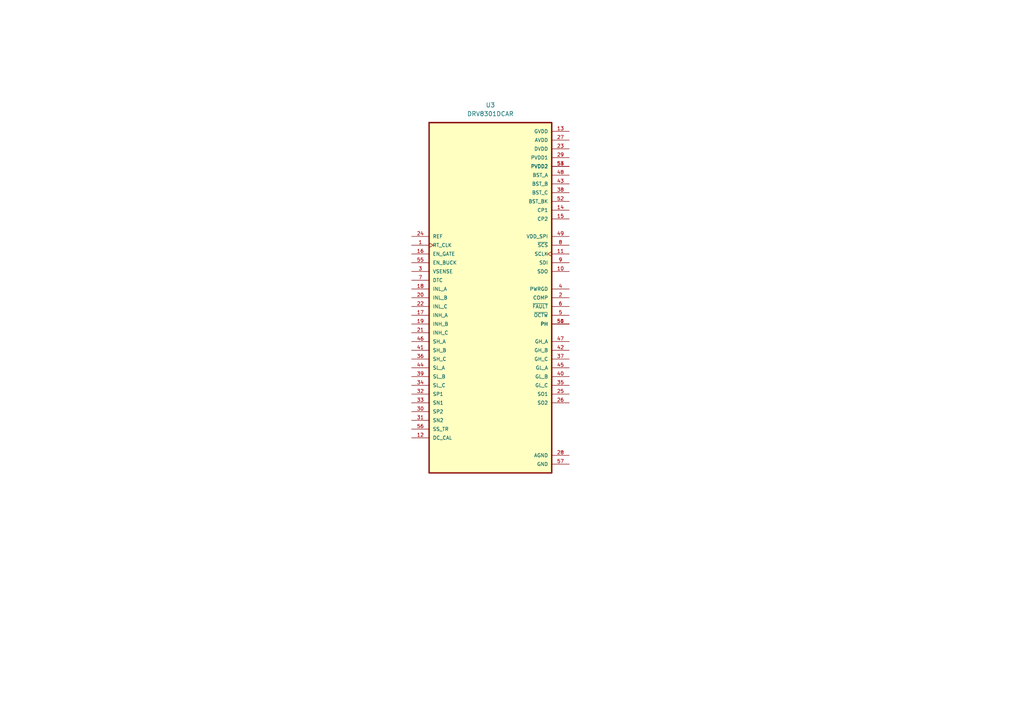
<source format=kicad_sch>
(kicad_sch (version 20230121) (generator eeschema)

  (uuid 4191e1cc-736f-4a35-8cd0-fa5a5d038e6a)

  (paper "A4")

  (lib_symbols
    (symbol "DRV8301DCAR:DRV8301DCAR" (pin_names (offset 1.016)) (in_bom yes) (on_board yes)
      (property "Reference" "U" (at -17.8203 51.9275 0)
        (effects (font (size 1.27 1.27)) (justify left bottom))
      )
      (property "Value" "DRV8301DCAR" (at -17.8075 -54.8929 0)
        (effects (font (size 1.27 1.27)) (justify left bottom))
      )
      (property "Footprint" "DRV8301DCAR:SOP50P810X120-57N" (at 0 0 0)
        (effects (font (size 1.27 1.27)) (justify bottom) hide)
      )
      (property "Datasheet" "" (at 0 0 0)
        (effects (font (size 1.27 1.27)) hide)
      )
      (property "STNADARD" "IPC-7351B" (at 0 0 0)
        (effects (font (size 1.27 1.27)) (justify bottom) hide)
      )
      (property "MF" "Texas Instruments" (at 0 0 0)
        (effects (font (size 1.27 1.27)) (justify bottom) hide)
      )
      (property "SNAPEDA_PACKAGE_ID" "5591" (at 0 0 0)
        (effects (font (size 1.27 1.27)) (justify bottom) hide)
      )
      (property "Package" "HTSSOP-56 Texas Instruments" (at 0 0 0)
        (effects (font (size 1.27 1.27)) (justify bottom) hide)
      )
      (property "Price" "None" (at 0 0 0)
        (effects (font (size 1.27 1.27)) (justify bottom) hide)
      )
      (property "Check_prices" "https://www.snapeda.com/parts/DRV8301DCAR/Texas+Instruments/view-part/?ref=eda" (at 0 0 0)
        (effects (font (size 1.27 1.27)) (justify bottom) hide)
      )
      (property "PARTREV" "F" (at 0 0 0)
        (effects (font (size 1.27 1.27)) (justify bottom) hide)
      )
      (property "SnapEDA_Link" "https://www.snapeda.com/parts/DRV8301DCAR/Texas+Instruments/view-part/?ref=snap" (at 0 0 0)
        (effects (font (size 1.27 1.27)) (justify bottom) hide)
      )
      (property "MP" "DRV8301DCAR" (at 0 0 0)
        (effects (font (size 1.27 1.27)) (justify bottom) hide)
      )
      (property "Purchase-URL" "https://www.snapeda.com/api/url_track_click_mouser/?unipart_id=46687&manufacturer=Texas Instruments&part_name=DRV8301DCAR&search_term=None" (at 0 0 0)
        (effects (font (size 1.27 1.27)) (justify bottom) hide)
      )
      (property "Description" "\n65-V max 3-phase gate driver with buck regulator, current shunt amplifiers & SPI\n" (at 0 0 0)
        (effects (font (size 1.27 1.27)) (justify bottom) hide)
      )
      (property "Availability" "In Stock" (at 0 0 0)
        (effects (font (size 1.27 1.27)) (justify bottom) hide)
      )
      (property "MANUFACTURER" "Texas Instruments" (at 0 0 0)
        (effects (font (size 1.27 1.27)) (justify bottom) hide)
      )
      (symbol "DRV8301DCAR_0_0"
        (rectangle (start -17.78 -50.8) (end 17.78 50.8)
          (stroke (width 0.41) (type default))
          (fill (type background))
        )
        (pin input clock (at -22.86 15.24 0) (length 5.08)
          (name "RT_CLK" (effects (font (size 1.016 1.016))))
          (number "1" (effects (font (size 1.016 1.016))))
        )
        (pin output line (at 22.86 7.62 180) (length 5.08)
          (name "SDO" (effects (font (size 1.016 1.016))))
          (number "10" (effects (font (size 1.016 1.016))))
        )
        (pin input clock (at 22.86 12.7 180) (length 5.08)
          (name "SCLK" (effects (font (size 1.016 1.016))))
          (number "11" (effects (font (size 1.016 1.016))))
        )
        (pin input line (at -22.86 -40.64 0) (length 5.08)
          (name "DC_CAL" (effects (font (size 1.016 1.016))))
          (number "12" (effects (font (size 1.016 1.016))))
        )
        (pin power_in line (at 22.86 48.26 180) (length 5.08)
          (name "GVDD" (effects (font (size 1.016 1.016))))
          (number "13" (effects (font (size 1.016 1.016))))
        )
        (pin power_in line (at 22.86 25.4 180) (length 5.08)
          (name "CP1" (effects (font (size 1.016 1.016))))
          (number "14" (effects (font (size 1.016 1.016))))
        )
        (pin power_in line (at 22.86 22.86 180) (length 5.08)
          (name "CP2" (effects (font (size 1.016 1.016))))
          (number "15" (effects (font (size 1.016 1.016))))
        )
        (pin input line (at -22.86 12.7 0) (length 5.08)
          (name "EN_GATE" (effects (font (size 1.016 1.016))))
          (number "16" (effects (font (size 1.016 1.016))))
        )
        (pin input line (at -22.86 -5.08 0) (length 5.08)
          (name "INH_A" (effects (font (size 1.016 1.016))))
          (number "17" (effects (font (size 1.016 1.016))))
        )
        (pin input line (at -22.86 2.54 0) (length 5.08)
          (name "INL_A" (effects (font (size 1.016 1.016))))
          (number "18" (effects (font (size 1.016 1.016))))
        )
        (pin input line (at -22.86 -7.62 0) (length 5.08)
          (name "INH_B" (effects (font (size 1.016 1.016))))
          (number "19" (effects (font (size 1.016 1.016))))
        )
        (pin output line (at 22.86 0 180) (length 5.08)
          (name "COMP" (effects (font (size 1.016 1.016))))
          (number "2" (effects (font (size 1.016 1.016))))
        )
        (pin input line (at -22.86 0 0) (length 5.08)
          (name "INL_B" (effects (font (size 1.016 1.016))))
          (number "20" (effects (font (size 1.016 1.016))))
        )
        (pin input line (at -22.86 -10.16 0) (length 5.08)
          (name "INH_C" (effects (font (size 1.016 1.016))))
          (number "21" (effects (font (size 1.016 1.016))))
        )
        (pin input line (at -22.86 -2.54 0) (length 5.08)
          (name "INL_C" (effects (font (size 1.016 1.016))))
          (number "22" (effects (font (size 1.016 1.016))))
        )
        (pin power_in line (at 22.86 43.18 180) (length 5.08)
          (name "DVDD" (effects (font (size 1.016 1.016))))
          (number "23" (effects (font (size 1.016 1.016))))
        )
        (pin input line (at -22.86 17.78 0) (length 5.08)
          (name "REF" (effects (font (size 1.016 1.016))))
          (number "24" (effects (font (size 1.016 1.016))))
        )
        (pin output line (at 22.86 -27.94 180) (length 5.08)
          (name "SO1" (effects (font (size 1.016 1.016))))
          (number "25" (effects (font (size 1.016 1.016))))
        )
        (pin output line (at 22.86 -30.48 180) (length 5.08)
          (name "SO2" (effects (font (size 1.016 1.016))))
          (number "26" (effects (font (size 1.016 1.016))))
        )
        (pin power_in line (at 22.86 45.72 180) (length 5.08)
          (name "AVDD" (effects (font (size 1.016 1.016))))
          (number "27" (effects (font (size 1.016 1.016))))
        )
        (pin power_in line (at 22.86 -45.72 180) (length 5.08)
          (name "AGND" (effects (font (size 1.016 1.016))))
          (number "28" (effects (font (size 1.016 1.016))))
        )
        (pin power_in line (at 22.86 40.64 180) (length 5.08)
          (name "PVDD1" (effects (font (size 1.016 1.016))))
          (number "29" (effects (font (size 1.016 1.016))))
        )
        (pin input line (at -22.86 7.62 0) (length 5.08)
          (name "VSENSE" (effects (font (size 1.016 1.016))))
          (number "3" (effects (font (size 1.016 1.016))))
        )
        (pin input line (at -22.86 -33.02 0) (length 5.08)
          (name "SP2" (effects (font (size 1.016 1.016))))
          (number "30" (effects (font (size 1.016 1.016))))
        )
        (pin input line (at -22.86 -35.56 0) (length 5.08)
          (name "SN2" (effects (font (size 1.016 1.016))))
          (number "31" (effects (font (size 1.016 1.016))))
        )
        (pin input line (at -22.86 -27.94 0) (length 5.08)
          (name "SP1" (effects (font (size 1.016 1.016))))
          (number "32" (effects (font (size 1.016 1.016))))
        )
        (pin input line (at -22.86 -30.48 0) (length 5.08)
          (name "SN1" (effects (font (size 1.016 1.016))))
          (number "33" (effects (font (size 1.016 1.016))))
        )
        (pin input line (at -22.86 -25.4 0) (length 5.08)
          (name "SL_C" (effects (font (size 1.016 1.016))))
          (number "34" (effects (font (size 1.016 1.016))))
        )
        (pin output line (at 22.86 -25.4 180) (length 5.08)
          (name "GL_C" (effects (font (size 1.016 1.016))))
          (number "35" (effects (font (size 1.016 1.016))))
        )
        (pin input line (at -22.86 -17.78 0) (length 5.08)
          (name "SH_C" (effects (font (size 1.016 1.016))))
          (number "36" (effects (font (size 1.016 1.016))))
        )
        (pin output line (at 22.86 -17.78 180) (length 5.08)
          (name "GH_C" (effects (font (size 1.016 1.016))))
          (number "37" (effects (font (size 1.016 1.016))))
        )
        (pin power_in line (at 22.86 30.48 180) (length 5.08)
          (name "BST_C" (effects (font (size 1.016 1.016))))
          (number "38" (effects (font (size 1.016 1.016))))
        )
        (pin input line (at -22.86 -22.86 0) (length 5.08)
          (name "SL_B" (effects (font (size 1.016 1.016))))
          (number "39" (effects (font (size 1.016 1.016))))
        )
        (pin output line (at 22.86 2.54 180) (length 5.08)
          (name "PWRGD" (effects (font (size 1.016 1.016))))
          (number "4" (effects (font (size 1.016 1.016))))
        )
        (pin output line (at 22.86 -22.86 180) (length 5.08)
          (name "GL_B" (effects (font (size 1.016 1.016))))
          (number "40" (effects (font (size 1.016 1.016))))
        )
        (pin input line (at -22.86 -15.24 0) (length 5.08)
          (name "SH_B" (effects (font (size 1.016 1.016))))
          (number "41" (effects (font (size 1.016 1.016))))
        )
        (pin output line (at 22.86 -15.24 180) (length 5.08)
          (name "GH_B" (effects (font (size 1.016 1.016))))
          (number "42" (effects (font (size 1.016 1.016))))
        )
        (pin power_in line (at 22.86 33.02 180) (length 5.08)
          (name "BST_B" (effects (font (size 1.016 1.016))))
          (number "43" (effects (font (size 1.016 1.016))))
        )
        (pin input line (at -22.86 -20.32 0) (length 5.08)
          (name "SL_A" (effects (font (size 1.016 1.016))))
          (number "44" (effects (font (size 1.016 1.016))))
        )
        (pin output line (at 22.86 -20.32 180) (length 5.08)
          (name "GL_A" (effects (font (size 1.016 1.016))))
          (number "45" (effects (font (size 1.016 1.016))))
        )
        (pin input line (at -22.86 -12.7 0) (length 5.08)
          (name "SH_A" (effects (font (size 1.016 1.016))))
          (number "46" (effects (font (size 1.016 1.016))))
        )
        (pin output line (at 22.86 -12.7 180) (length 5.08)
          (name "GH_A" (effects (font (size 1.016 1.016))))
          (number "47" (effects (font (size 1.016 1.016))))
        )
        (pin power_in line (at 22.86 35.56 180) (length 5.08)
          (name "BST_A" (effects (font (size 1.016 1.016))))
          (number "48" (effects (font (size 1.016 1.016))))
        )
        (pin input line (at 22.86 17.78 180) (length 5.08)
          (name "VDD_SPI" (effects (font (size 1.016 1.016))))
          (number "49" (effects (font (size 1.016 1.016))))
        )
        (pin output line (at 22.86 -5.08 180) (length 5.08)
          (name "~{OCTW}" (effects (font (size 1.016 1.016))))
          (number "5" (effects (font (size 1.016 1.016))))
        )
        (pin output line (at 22.86 -7.62 180) (length 5.08)
          (name "PH" (effects (font (size 1.016 1.016))))
          (number "50" (effects (font (size 1.016 1.016))))
        )
        (pin output line (at 22.86 -7.62 180) (length 5.08)
          (name "PH" (effects (font (size 1.016 1.016))))
          (number "51" (effects (font (size 1.016 1.016))))
        )
        (pin power_in line (at 22.86 27.94 180) (length 5.08)
          (name "BST_BK" (effects (font (size 1.016 1.016))))
          (number "52" (effects (font (size 1.016 1.016))))
        )
        (pin power_in line (at 22.86 38.1 180) (length 5.08)
          (name "PVDD2" (effects (font (size 1.016 1.016))))
          (number "53" (effects (font (size 1.016 1.016))))
        )
        (pin power_in line (at 22.86 38.1 180) (length 5.08)
          (name "PVDD2" (effects (font (size 1.016 1.016))))
          (number "54" (effects (font (size 1.016 1.016))))
        )
        (pin input line (at -22.86 10.16 0) (length 5.08)
          (name "EN_BUCK" (effects (font (size 1.016 1.016))))
          (number "55" (effects (font (size 1.016 1.016))))
        )
        (pin input line (at -22.86 -38.1 0) (length 5.08)
          (name "SS_TR" (effects (font (size 1.016 1.016))))
          (number "56" (effects (font (size 1.016 1.016))))
        )
        (pin power_in line (at 22.86 -48.26 180) (length 5.08)
          (name "GND" (effects (font (size 1.016 1.016))))
          (number "57" (effects (font (size 1.016 1.016))))
        )
        (pin output line (at 22.86 -2.54 180) (length 5.08)
          (name "~{FAULT}" (effects (font (size 1.016 1.016))))
          (number "6" (effects (font (size 1.016 1.016))))
        )
        (pin input line (at -22.86 5.08 0) (length 5.08)
          (name "DTC" (effects (font (size 1.016 1.016))))
          (number "7" (effects (font (size 1.016 1.016))))
        )
        (pin input line (at 22.86 15.24 180) (length 5.08)
          (name "~{SCS}" (effects (font (size 1.016 1.016))))
          (number "8" (effects (font (size 1.016 1.016))))
        )
        (pin input line (at 22.86 10.16 180) (length 5.08)
          (name "SDI" (effects (font (size 1.016 1.016))))
          (number "9" (effects (font (size 1.016 1.016))))
        )
      )
    )
  )


  (symbol (lib_id "DRV8301DCAR:DRV8301DCAR") (at 142.24 86.36 0) (unit 1)
    (in_bom yes) (on_board yes) (dnp no) (fields_autoplaced)
    (uuid 8fd90043-4b35-4ed1-8c02-1bf130323a4c)
    (property "Reference" "U3" (at 142.24 30.48 0)
      (effects (font (size 1.27 1.27)))
    )
    (property "Value" "DRV8301DCAR" (at 142.24 33.02 0)
      (effects (font (size 1.27 1.27)))
    )
    (property "Footprint" "LocalLibs:SOP50P810X120-57N" (at 142.24 86.36 0)
      (effects (font (size 1.27 1.27)) (justify bottom) hide)
    )
    (property "Datasheet" "" (at 142.24 86.36 0)
      (effects (font (size 1.27 1.27)) hide)
    )
    (property "STNADARD" "IPC-7351B" (at 142.24 86.36 0)
      (effects (font (size 1.27 1.27)) (justify bottom) hide)
    )
    (property "MF" "Texas Instruments" (at 142.24 86.36 0)
      (effects (font (size 1.27 1.27)) (justify bottom) hide)
    )
    (property "SNAPEDA_PACKAGE_ID" "5591" (at 142.24 86.36 0)
      (effects (font (size 1.27 1.27)) (justify bottom) hide)
    )
    (property "Package" "HTSSOP-56 Texas Instruments" (at 142.24 86.36 0)
      (effects (font (size 1.27 1.27)) (justify bottom) hide)
    )
    (property "Price" "None" (at 142.24 86.36 0)
      (effects (font (size 1.27 1.27)) (justify bottom) hide)
    )
    (property "Check_prices" "https://www.snapeda.com/parts/DRV8301DCAR/Texas+Instruments/view-part/?ref=eda" (at 142.24 86.36 0)
      (effects (font (size 1.27 1.27)) (justify bottom) hide)
    )
    (property "PARTREV" "F" (at 142.24 86.36 0)
      (effects (font (size 1.27 1.27)) (justify bottom) hide)
    )
    (property "SnapEDA_Link" "https://www.snapeda.com/parts/DRV8301DCAR/Texas+Instruments/view-part/?ref=snap" (at 142.24 86.36 0)
      (effects (font (size 1.27 1.27)) (justify bottom) hide)
    )
    (property "MP" "DRV8301DCAR" (at 142.24 86.36 0)
      (effects (font (size 1.27 1.27)) (justify bottom) hide)
    )
    (property "Purchase-URL" "https://www.snapeda.com/api/url_track_click_mouser/?unipart_id=46687&manufacturer=Texas Instruments&part_name=DRV8301DCAR&search_term=None" (at 142.24 86.36 0)
      (effects (font (size 1.27 1.27)) (justify bottom) hide)
    )
    (property "Description" "\n65-V max 3-phase gate driver with buck regulator, current shunt amplifiers & SPI\n" (at 142.24 86.36 0)
      (effects (font (size 1.27 1.27)) (justify bottom) hide)
    )
    (property "Availability" "In Stock" (at 142.24 86.36 0)
      (effects (font (size 1.27 1.27)) (justify bottom) hide)
    )
    (property "MANUFACTURER" "Texas Instruments" (at 142.24 86.36 0)
      (effects (font (size 1.27 1.27)) (justify bottom) hide)
    )
    (pin "11" (uuid e13fd963-0756-43e0-a6e7-8bdbecf75cd9))
    (pin "12" (uuid a93f69ed-b2f0-4bae-ac8f-d17530326502))
    (pin "13" (uuid c9362e17-2603-473e-84fb-87167c077c33))
    (pin "14" (uuid 6cdb980a-25f8-493b-bc33-f56937772ee2))
    (pin "15" (uuid 1b8dfe77-073d-4fb6-956d-a1b31dfb2319))
    (pin "10" (uuid dfcb61d6-915c-4928-98c9-f34b7c0ef46e))
    (pin "16" (uuid 17841f32-37c4-406b-b04e-8c0053ba7085))
    (pin "1" (uuid 68b03933-3cd9-401a-ba66-c60f35d41087))
    (pin "3" (uuid 4b210b0e-480e-4178-a5c8-fe23a3857b6b))
    (pin "32" (uuid 75b0c6b2-e4b5-4b0a-8c6b-d9a3a6ea4fcf))
    (pin "31" (uuid 87e54381-e4aa-4f47-b812-4da560f4fdad))
    (pin "33" (uuid 28a11d45-1d46-412e-b0c8-dbee7b77a026))
    (pin "27" (uuid bff5d1df-234e-4f65-96e1-ccf2e20eb6cf))
    (pin "17" (uuid 2d8064c2-bece-4ccb-99a0-21cf5c333e58))
    (pin "34" (uuid 9517d26e-0398-49a9-92f5-85a59ce44ee1))
    (pin "2" (uuid dfdd9beb-74e1-4079-8bde-dc805c8c32de))
    (pin "37" (uuid ecd3cc71-908f-455d-8d40-354044003e4d))
    (pin "20" (uuid 6b5f25e5-5d85-42f8-bb58-33ca0a3a170a))
    (pin "36" (uuid 8535b96e-4832-4df1-a655-01ed94ec58f6))
    (pin "38" (uuid cf726935-70c5-4bce-8c12-5cce114fba47))
    (pin "39" (uuid 51d2abab-1e56-4c83-af07-032fce9fa1b7))
    (pin "21" (uuid 7e1af7b5-2492-4961-ada3-5223da5d8a5e))
    (pin "23" (uuid 1e6859d7-e1d4-4ae7-becb-7e8d881ae6ca))
    (pin "4" (uuid b9a8e61e-03cf-41cb-bce8-4931b511e23f))
    (pin "24" (uuid c8eeb72b-f114-4ca2-bfc5-1cb1d4c31174))
    (pin "40" (uuid 25e8bdb8-f431-49a6-9497-b960ab2795de))
    (pin "41" (uuid cf681508-1244-453f-97ae-65d66388bd9e))
    (pin "42" (uuid 7c6da4ae-4cb7-4822-8890-ffa00cec07bc))
    (pin "43" (uuid a5a129af-1b55-40d9-8cc7-15959f6e90ac))
    (pin "44" (uuid aac65d5e-7492-40ab-a1f3-1292d38be9fc))
    (pin "30" (uuid 1120b351-86e3-4d40-a96b-7eacaf98acc5))
    (pin "45" (uuid 7af7a2aa-f7af-4b50-8861-2f6674836ad4))
    (pin "46" (uuid 6cacd2fe-2592-43fc-a3ae-d0f808cab737))
    (pin "35" (uuid 6957ef5f-8b93-4341-8773-037301526155))
    (pin "47" (uuid 6123ca47-0c39-4e72-b118-f31a8090891c))
    (pin "48" (uuid 25c7b603-d6c2-4047-9010-007ca4f87cf1))
    (pin "49" (uuid 4edcad5b-e07e-4afd-a931-ddd92ec0f597))
    (pin "5" (uuid a54d0631-5e34-4fd5-a95e-07390ac6c01c))
    (pin "50" (uuid 7456f79b-8749-4b53-8f4b-684cdc7fbc64))
    (pin "51" (uuid 206e2233-1495-4d9d-abff-af440321f1f8))
    (pin "18" (uuid 24ece2d9-3b65-4345-b74e-29e218c7e52f))
    (pin "26" (uuid 59d999bb-5c33-4827-9b7c-0e1525281349))
    (pin "28" (uuid 9de26854-b0d6-4f3f-8646-af1c497a18ca))
    (pin "25" (uuid 679a28e9-cd44-4434-9274-3dfddcd7f3fe))
    (pin "19" (uuid 4d4de192-1128-408a-be62-3729440edfe0))
    (pin "22" (uuid d7cc725e-cdc3-4150-a591-f931ef8685df))
    (pin "29" (uuid 25f00496-ae41-4e63-aab6-631fcc278926))
    (pin "8" (uuid 7c0a2530-c840-4479-8219-d3f6f030d986))
    (pin "7" (uuid b0ff6bef-ac4b-4b21-9601-6c124a60904c))
    (pin "54" (uuid 64ff5fcc-7c4a-46b2-b692-acc8c33a22bd))
    (pin "6" (uuid 6201fb83-ce5f-4e5b-b844-bbeeb95ad8c4))
    (pin "55" (uuid f481839c-8aa5-4aa5-aa1f-27a85add6c4d))
    (pin "53" (uuid e52d5d36-4af8-4be8-99ac-145cac5a7547))
    (pin "9" (uuid 6c38eb0e-5500-4ff0-93d4-ccc255b36e07))
    (pin "56" (uuid 80563f58-140e-4d4d-9910-2df97a22e801))
    (pin "57" (uuid 7c8abf19-c019-40bc-9a6e-a1363baaf26e))
    (pin "52" (uuid 035228a5-6426-4c9e-8409-d2bdfcf4d782))
    (instances
      (project "EastabrookaBLDC_Project"
        (path "/611dd54e-c711-4af1-839a-27cad68a278e/73ee5507-b4b4-402c-8374-1d6d07b33cbd"
          (reference "U3") (unit 1)
        )
      )
    )
  )
)

</source>
